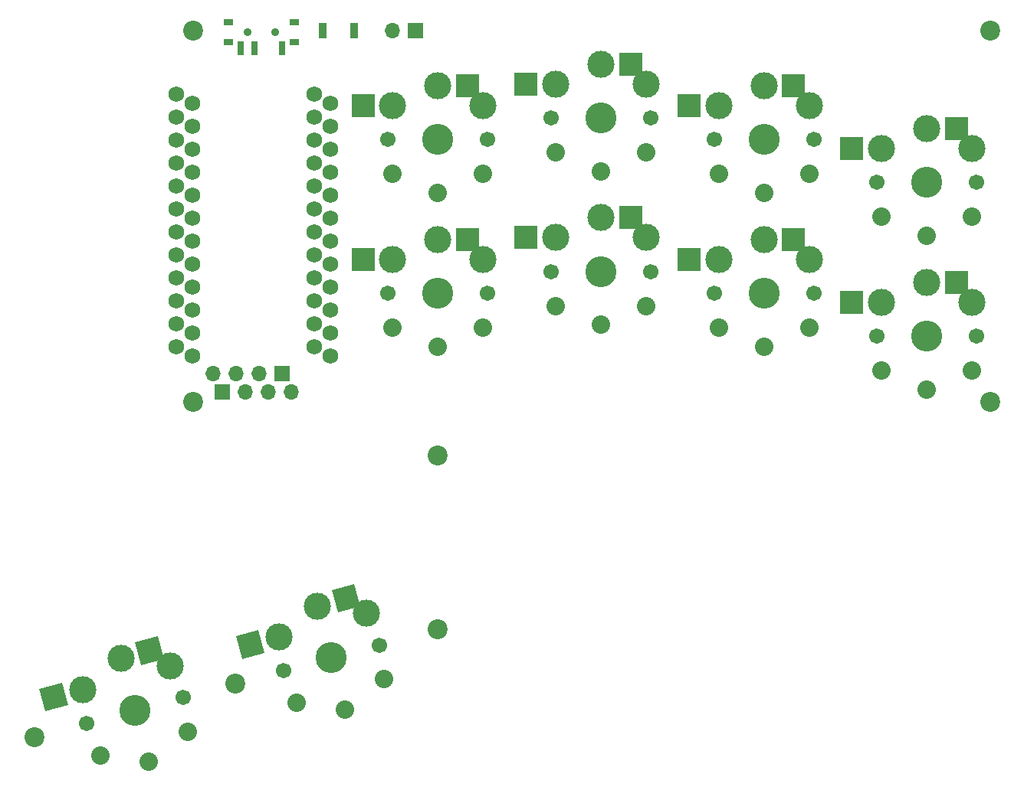
<source format=gbr>
%TF.GenerationSoftware,KiCad,Pcbnew,5.1.8*%
%TF.CreationDate,2021-02-20T18:00:33-06:00*%
%TF.ProjectId,small-paintbrush-hotswap,736d616c-6c2d-4706-9169-6e7462727573,rev?*%
%TF.SameCoordinates,Original*%
%TF.FileFunction,Soldermask,Top*%
%TF.FilePolarity,Negative*%
%FSLAX46Y46*%
G04 Gerber Fmt 4.6, Leading zero omitted, Abs format (unit mm)*
G04 Created by KiCad (PCBNEW 5.1.8) date 2021-02-20 18:00:33*
%MOMM*%
%LPD*%
G01*
G04 APERTURE LIST*
%ADD10C,2.200000*%
%ADD11C,1.752600*%
%ADD12C,1.701800*%
%ADD13C,0.100000*%
%ADD14C,3.000000*%
%ADD15C,3.429000*%
%ADD16C,2.032000*%
%ADD17R,2.600000X2.600000*%
%ADD18O,1.700000X1.700000*%
%ADD19R,1.700000X1.700000*%
%ADD20R,0.900000X1.700000*%
%ADD21R,1.000000X0.800000*%
%ADD22R,0.700000X1.500000*%
%ADD23C,0.900000*%
G04 APERTURE END LIST*
D10*
%TO.C,REF\u002A\u002A*%
X61320527Y-99739383D03*
%TD*%
%TO.C,REF\u002A\u002A*%
X105901738Y-68599424D03*
%TD*%
%TO.C,REF\u002A\u002A*%
X105909097Y-87788291D03*
%TD*%
%TO.C,REF\u002A\u002A*%
X83536821Y-93786545D03*
%TD*%
%TO.C,REF\u002A\u002A*%
X78901739Y-62599424D03*
%TD*%
D11*
%TO.C,U2*%
X92221739Y-28629424D03*
X92221739Y-31169424D03*
X92221739Y-33709424D03*
X92221739Y-36249424D03*
X92221739Y-38789424D03*
X92221739Y-41329424D03*
X92221739Y-43869424D03*
X92221739Y-46409424D03*
X92221739Y-48949424D03*
X92221739Y-51489424D03*
X92221739Y-54029424D03*
X76981739Y-56569424D03*
X76981739Y-54029424D03*
X76981739Y-51489424D03*
X76981739Y-48949424D03*
X76981739Y-46409424D03*
X76981739Y-43869424D03*
X76981739Y-41329424D03*
X76981739Y-38789424D03*
X76981739Y-36249424D03*
X76981739Y-33709424D03*
X76981739Y-31169424D03*
X92221739Y-56569424D03*
X76981739Y-28629424D03*
%TD*%
D12*
%TO.C,KEY10*%
X88812210Y-92369388D03*
X99437394Y-89522378D03*
D13*
G36*
X94828997Y-85943160D02*
G01*
X94156068Y-83431753D01*
X96667475Y-82758824D01*
X97340404Y-85270231D01*
X94828997Y-85943160D01*
G37*
D14*
X88324601Y-88617756D03*
D15*
X94124802Y-90945883D03*
D16*
X99937944Y-93322306D03*
X95651834Y-96644845D03*
D14*
X92584829Y-85198624D03*
D13*
G36*
X84241955Y-91057557D02*
G01*
X83569026Y-88546150D01*
X86080433Y-87873221D01*
X86753362Y-90384628D01*
X84241955Y-91057557D01*
G37*
D14*
X97983860Y-86029566D03*
D16*
X90278685Y-95910496D03*
%TD*%
D12*
%TO.C,KEY9*%
X67116082Y-98186469D03*
X77741266Y-95339459D03*
D13*
G36*
X73132869Y-91760241D02*
G01*
X72459940Y-89248834D01*
X74971347Y-88575905D01*
X75644276Y-91087312D01*
X73132869Y-91760241D01*
G37*
D14*
X66628473Y-94434837D03*
D15*
X72428674Y-96762964D03*
D16*
X78241816Y-99139387D03*
X73955706Y-102461926D03*
D14*
X70888701Y-91015705D03*
D13*
G36*
X62545827Y-96874638D02*
G01*
X61872898Y-94363231D01*
X64384305Y-93690302D01*
X65057234Y-96201709D01*
X62545827Y-96874638D01*
G37*
D14*
X76287732Y-91846647D03*
D16*
X68582557Y-101727577D03*
%TD*%
D12*
%TO.C,KEY3*%
X136401739Y-33599426D03*
X147401739Y-33599426D03*
D17*
X145176739Y-27649426D03*
D14*
X136901739Y-29849426D03*
D15*
X141901739Y-33599426D03*
D16*
X146901739Y-37399426D03*
X141901739Y-39499426D03*
D14*
X141901739Y-27649426D03*
D17*
X133626739Y-29849426D03*
D14*
X146901739Y-29849426D03*
D16*
X136901739Y-37399426D03*
%TD*%
D12*
%TO.C,KEY8*%
X154401739Y-55349423D03*
X165401739Y-55349423D03*
D17*
X163176739Y-49399423D03*
D14*
X154901739Y-51599423D03*
D15*
X159901739Y-55349423D03*
D16*
X164901739Y-59149423D03*
X159901739Y-61249423D03*
D14*
X159901739Y-49399423D03*
D17*
X151626739Y-51599423D03*
D14*
X164901739Y-51599423D03*
D16*
X154901739Y-59149423D03*
%TD*%
D12*
%TO.C,KEY7*%
X136401739Y-50599426D03*
X147401739Y-50599426D03*
D17*
X145176739Y-44649426D03*
D14*
X136901739Y-46849426D03*
D15*
X141901739Y-50599426D03*
D16*
X146901739Y-54399426D03*
X141901739Y-56499426D03*
D14*
X141901739Y-44649426D03*
D17*
X133626739Y-46849426D03*
D14*
X146901739Y-46849426D03*
D16*
X136901739Y-54399426D03*
%TD*%
%TO.C,KEY6*%
X118901739Y-52019424D03*
D14*
X128901739Y-44469424D03*
D17*
X115626739Y-44469424D03*
D14*
X123901739Y-42269424D03*
D16*
X123901739Y-54119424D03*
X128901739Y-52019424D03*
D15*
X123901739Y-48219424D03*
D14*
X118901739Y-44469424D03*
D17*
X127176739Y-42269424D03*
D12*
X129401739Y-48219424D03*
X118401739Y-48219424D03*
%TD*%
%TO.C,KEY5*%
X100401736Y-50599424D03*
X111401736Y-50599424D03*
D17*
X109176736Y-44649424D03*
D14*
X100901736Y-46849424D03*
D15*
X105901736Y-50599424D03*
D16*
X110901736Y-54399424D03*
X105901736Y-56499424D03*
D14*
X105901736Y-44649424D03*
D17*
X97626736Y-46849424D03*
D14*
X110901736Y-46849424D03*
D16*
X100901736Y-54399424D03*
%TD*%
D12*
%TO.C,KEY4*%
X154401737Y-38349424D03*
X165401737Y-38349424D03*
D17*
X163176737Y-32399424D03*
D14*
X154901737Y-34599424D03*
D15*
X159901737Y-38349424D03*
D16*
X164901737Y-42149424D03*
X159901737Y-44249424D03*
D14*
X159901737Y-32399424D03*
D17*
X151626737Y-34599424D03*
D14*
X164901737Y-34599424D03*
D16*
X154901737Y-42149424D03*
%TD*%
%TO.C,KEY2*%
X118901737Y-35019424D03*
D14*
X128901737Y-27469424D03*
D17*
X115626737Y-27469424D03*
D14*
X123901737Y-25269424D03*
D16*
X123901737Y-37119424D03*
X128901737Y-35019424D03*
D15*
X123901737Y-31219424D03*
D14*
X118901737Y-27469424D03*
D17*
X127176737Y-25269424D03*
D12*
X129401737Y-31219424D03*
X118401737Y-31219424D03*
%TD*%
%TO.C,KEY1*%
X100401737Y-33599424D03*
X111401737Y-33599424D03*
D17*
X109176737Y-27649424D03*
D14*
X100901737Y-29849424D03*
D15*
X105901737Y-33599424D03*
D16*
X110901737Y-37399424D03*
X105901737Y-39499424D03*
D14*
X105901737Y-27649424D03*
D17*
X97626737Y-29849424D03*
D14*
X110901737Y-29849424D03*
D16*
X100901737Y-37399424D03*
%TD*%
D11*
%TO.C,U1*%
X94021737Y-29629424D03*
X78781737Y-57569424D03*
X94021737Y-32169424D03*
X94021737Y-34709424D03*
X94021737Y-37249424D03*
X94021737Y-39789424D03*
X94021737Y-42329424D03*
X94021737Y-44869424D03*
X94021737Y-47409424D03*
X94021737Y-49949424D03*
X94021737Y-52489424D03*
X94021737Y-55029424D03*
X94021737Y-57569424D03*
X78781737Y-55029424D03*
X78781737Y-52489424D03*
X78781737Y-49949424D03*
X78781737Y-47409424D03*
X78781737Y-44869424D03*
X78781737Y-42329424D03*
X78781737Y-39789424D03*
X78781737Y-37249424D03*
X78781737Y-34709424D03*
X78781737Y-32169424D03*
X78781737Y-29629424D03*
%TD*%
D18*
%TO.C,J3*%
X89721739Y-61499424D03*
X87181739Y-61499424D03*
X84641739Y-61499424D03*
D19*
X82101739Y-61499424D03*
%TD*%
D18*
%TO.C,J2*%
X81081737Y-59499424D03*
X83621737Y-59499424D03*
X86161737Y-59499424D03*
D19*
X88701737Y-59499424D03*
%TD*%
D10*
%TO.C,REF\u002A\u002A*%
X78901736Y-21599424D03*
%TD*%
%TO.C,REF\u002A\u002A*%
X166901739Y-62599426D03*
%TD*%
%TO.C,REF\u002A\u002A*%
X166901737Y-21599424D03*
%TD*%
D20*
%TO.C,PUSH2*%
X96601737Y-21599425D03*
X93201737Y-21599425D03*
%TD*%
D21*
%TO.C,SW2*%
X90051737Y-22879425D03*
X82751737Y-22879425D03*
X82751737Y-20669425D03*
X90051737Y-20669425D03*
D22*
X84151737Y-23529425D03*
X85651737Y-23529425D03*
X88651737Y-23529425D03*
D23*
X84901737Y-21769425D03*
X87901737Y-21769425D03*
%TD*%
%TO.C,SW1*%
X87901737Y-21769425D03*
X84901737Y-21769425D03*
%TD*%
D18*
%TO.C,J1*%
X100861737Y-21599424D03*
D19*
X103401737Y-21599424D03*
%TD*%
M02*

</source>
